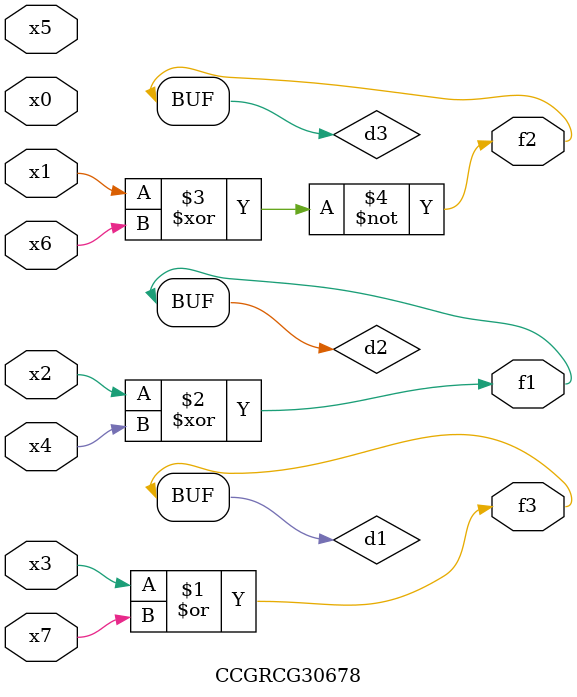
<source format=v>
module CCGRCG30678(
	input x0, x1, x2, x3, x4, x5, x6, x7,
	output f1, f2, f3
);

	wire d1, d2, d3;

	or (d1, x3, x7);
	xor (d2, x2, x4);
	xnor (d3, x1, x6);
	assign f1 = d2;
	assign f2 = d3;
	assign f3 = d1;
endmodule

</source>
